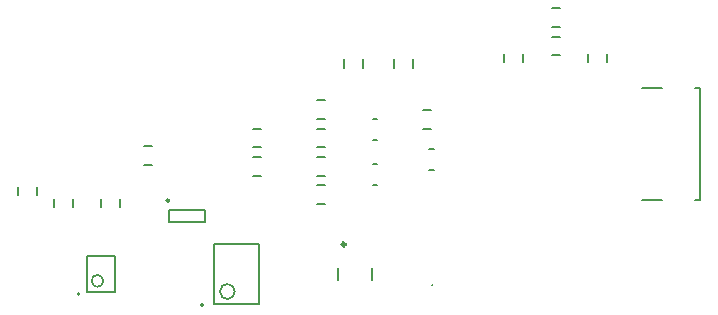
<source format=gbr>
%TF.GenerationSoftware,Altium Limited,Altium Designer,25.2.1 (25)*%
G04 Layer_Color=32896*
%FSLAX45Y45*%
%MOMM*%
%TF.SameCoordinates,2968D444-F816-4350-AB46-43E4CE3DDFF8*%
%TF.FilePolarity,Positive*%
%TF.FileFunction,Legend,Bot*%
%TF.Part,Single*%
G01*
G75*
%TA.AperFunction,NonConductor*%
%ADD56C,0.25000*%
%ADD58C,0.20000*%
%ADD59C,0.30000*%
D56*
X-1025000Y-480000D02*
G03*
X-1025000Y-480000I-10000J0D01*
G01*
D58*
X-1779999Y-1270000D02*
G03*
X-1779999Y-1270000I-10000J0D01*
G01*
X-1580000Y-1160000D02*
G03*
X-1580000Y-1160000I-50000J0D01*
G01*
X-466754Y-1250000D02*
G03*
X-466754Y-1250000I-63246J0D01*
G01*
X-735000Y-1365000D02*
G03*
X-735000Y-1365000I-10000J0D01*
G01*
X1205001Y-1195000D02*
G03*
X1205001Y-1195000I-5000J0D01*
G01*
X2525000Y695000D02*
Y765000D01*
X2685000Y695000D02*
Y765000D01*
X2215000Y907500D02*
X2285000D01*
X2215000Y752500D02*
X2285000D01*
X2215000Y1147500D02*
X2285000D01*
X2215000Y992500D02*
X2285000D01*
X3428000Y473500D02*
X3470000D01*
Y-473500D02*
Y473500D01*
X3428000Y-473500D02*
X3470000D01*
X2978000D02*
X3152000D01*
X2978000Y473500D02*
X3152000D01*
X-1025000Y-660000D02*
X-715000D01*
X-1025000Y-560000D02*
X-715000D01*
Y-660000D02*
Y-560000D01*
X-1025000Y-660000D02*
Y-560000D01*
X-1720000Y-1250000D02*
X-1480000D01*
X-1720000D02*
Y-950000D01*
X-1480000D01*
Y-1250000D02*
Y-950000D01*
X-260000Y-1355000D02*
Y-845000D01*
X-640000Y-1355000D02*
X-260000D01*
X-640000D02*
Y-845000D01*
X-260000D01*
X695000Y-1150000D02*
Y-1050000D01*
X405000Y-1150000D02*
Y-1050000D01*
X700000Y211000D02*
X740000D01*
X700000Y29000D02*
X740000D01*
X700000Y-169000D02*
X740000D01*
X700000Y-351000D02*
X740000D01*
X1180000Y-39000D02*
X1220000D01*
X1180000Y-221000D02*
X1220000D01*
X1975000Y695000D02*
Y765000D01*
X1815000Y695000D02*
Y765000D01*
X-1440000Y-535000D02*
Y-465000D01*
X-1600000Y-535000D02*
Y-465000D01*
X-1840000Y-535000D02*
Y-465000D01*
X-2000000Y-535000D02*
Y-465000D01*
X-2300000Y-435000D02*
Y-365000D01*
X-2140000Y-435000D02*
Y-365000D01*
X1040000Y645000D02*
Y715000D01*
X880000Y645000D02*
Y715000D01*
X-1235000Y-180000D02*
X-1165000D01*
X-1235000Y-20000D02*
X-1165000D01*
X460000Y645000D02*
Y715000D01*
X620000Y645000D02*
Y715000D01*
X225000Y-30000D02*
X295000D01*
X225000Y130000D02*
X295000D01*
X225000Y210000D02*
X295000D01*
X225000Y370000D02*
X295000D01*
X-315000Y-270000D02*
X-245000D01*
X-315000Y-110000D02*
X-245000D01*
X-315000Y-30000D02*
X-245000D01*
X-315000Y130000D02*
X-245000D01*
X225000Y-350000D02*
X295000D01*
X225000Y-510000D02*
X295000D01*
X225000Y-110000D02*
X295000D01*
X225000Y-270000D02*
X295000D01*
X1125000Y289999D02*
X1195000D01*
X1125000Y129999D02*
X1195000D01*
D59*
X470000Y-850000D02*
G03*
X470000Y-850000I-15000J0D01*
G01*
%TF.MD5,4a7dbd2d5c74a7a72b48635110d2f65f*%
M02*

</source>
